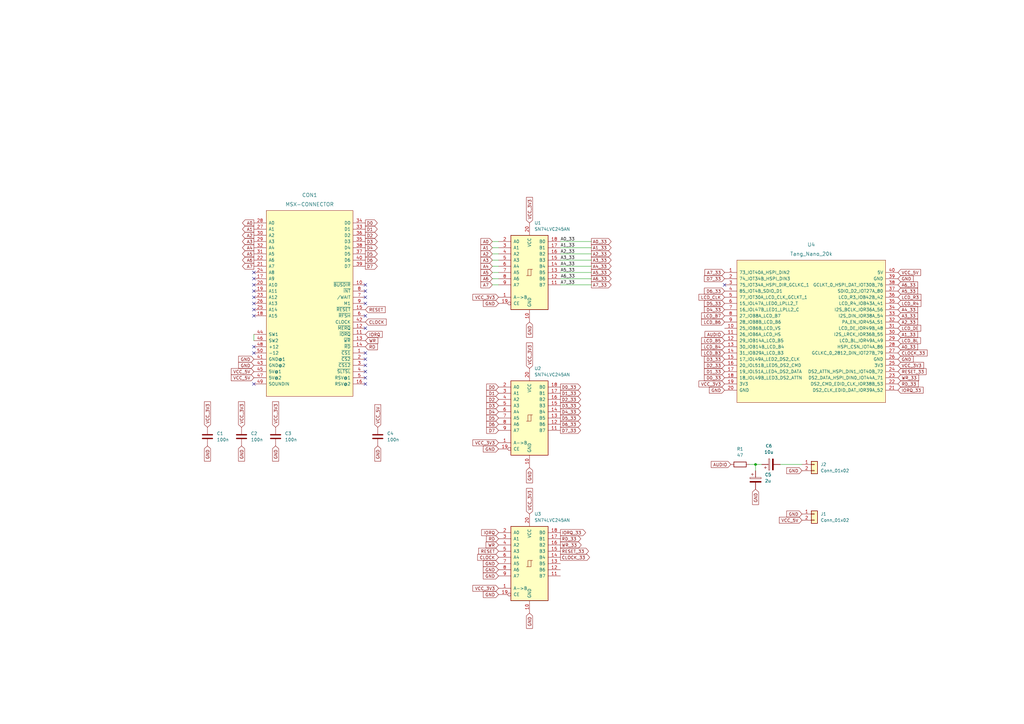
<source format=kicad_sch>
(kicad_sch (version 20211123) (generator eeschema)
  (paper "A3")
  (title_block (title "MSX-Tang Nano 9K Breakout") (date "2023-03-01"))
  (lib_symbols
    (symbol "Connector_Generic:Conn_01x02" (pin_names (offset 1.016) hide)
      (property "Reference" "J" (at 0 2.54 0))
      (property "Value" "Conn_01x02" (at 0 -5.08 0))
      (symbol "Conn_01x02_1_1"
        (rectangle (start -1.27 -2.413) (end 0 -2.667) (stroke (width 0.1524)))
        (rectangle (start -1.27 0.127) (end 0 -0.127) (stroke (width 0.1524)))
        (rectangle (start -1.27 1.27) (end 1.27 -3.81) (stroke (width 0.254)) (fill (type background)))
        (pin passive line (at -5.08 0 0) (length 3.81) (name "Pin_1") (number "1"))
        (pin passive line (at -5.08 -2.54 0) (length 3.81) (name "Pin_2") (number "2"))
      )
    )
    (symbol "Device:C" (pin_numbers hide) (pin_names (offset 0.254))
      (property "Reference" "C" (at 0.635 2.54 0))
      (property "Value" "C" (at 0.635 -2.54 0))
      (symbol "C_0_1"
        (polyline (pts (xy -2.032 -0.762) (xy 2.032 -0.762)) (stroke (width 0.508)))
        (polyline (pts (xy -2.032 0.762) (xy 2.032 0.762)) (stroke (width 0.508)))
      )
      (symbol "C_1_1"
        (pin passive line (at 0 3.81 270) (length 2.794) (name "~") (number "1"))
        (pin passive line (at 0 -3.81 90) (length 2.794) (name "~") (number "2"))
      )
    )
    (symbol "Device:C_Polarized" (pin_numbers hide) (pin_names (offset 0.254))
      (property "Reference" "C" (at 0.635 2.54 0))
      (property "Value" "C_Polarized" (at 0.635 -2.54 0))
      (symbol "C_Polarized_0_1"
        (rectangle (start -2.286 0.508) (end 2.286 1.016))
        (polyline (pts (xy -1.778 2.286) (xy -0.762 2.286)))
        (polyline (pts (xy -1.27 2.794) (xy -1.27 1.778)))
        (rectangle (start 2.286 -0.508) (end -2.286 -1.016) (fill (type outline)))
      )
      (symbol "C_Polarized_1_1"
        (pin passive line (at 0 3.81 270) (length 2.794) (name "~") (number "1"))
        (pin passive line (at 0 -3.81 90) (length 2.794) (name "~") (number "2"))
      )
    )
    (symbol "Device:R" (pin_numbers hide) (pin_names (offset 0))
      (property "Reference" "R" (at 2.032 0 90))
      (property "Value" "R" (at 0 0 90))
      (symbol "R_0_1"
        (rectangle (start -1.016 -2.54) (end 1.016 2.54) (stroke (width 0.254)))
      )
      (symbol "R_1_1"
        (pin passive line (at 0 3.81 270) (length 1.27) (name "~") (number "1"))
        (pin passive line (at 0 -3.81 90) (length 1.27) (name "~") (number "2"))
      )
    )
    (symbol "Mi_libreria:MSX-CONNECTOR" (pin_names (offset 1.016))
      (property "Reference" "CON1" (at -3.81 19.05 0))
      (property "Value" "MSX-CONNECTOR" (at -11.43 11.43 0))
      (symbol "MSX-CONNECTOR_1_0"
        (pin bidirectional line (at 22.86 -20.32 180) (length 5) (name "~{CS1}") (number "1"))
        (pin bidirectional line (at 22.86 7.62 180) (length 5) (name "~{BUSDIR}") (number "10"))
        (pin bidirectional line (at 22.86 -12.7 180) (length 5) (name "~{IORQ}") (number "11"))
        (pin bidirectional line (at 22.86 -10.16 180) (length 5) (name "~{MERQ}") (number "12"))
        (pin bidirectional line (at 22.86 -15.24 180) (length 5) (name "~{WR}") (number "13"))
        (pin bidirectional line (at 22.86 -17.78 180) (length 5) (name "~{RD}") (number "14"))
        (pin bidirectional line (at 22.86 -2.54 180) (length 5) (name "~{RESET}") (number "15"))
        (pin bidirectional line (at 22.86 -33.02 180) (length 5) (name "RSV@2") (number "16"))
        (pin bidirectional line (at -22.86 10.16 0) (length 5) (name "A9") (number "17"))
        (pin bidirectional line (at -22.86 -5.08 0) (length 5) (name "A15") (number "18"))
        (pin bidirectional line (at -22.86 5.08 0) (length 5) (name "A11") (number "19"))
        (pin bidirectional line (at 22.86 -22.86 180) (length 5) (name "~{CS2}") (number "2"))
        (pin bidirectional line (at -22.86 7.62 0) (length 5) (name "A10") (number "20"))
        (pin bidirectional line (at -22.86 15.24 0) (length 5) (name "A7") (number "21"))
        (pin bidirectional line (at -22.86 17.78 0) (length 5) (name "A6") (number "22"))
        (pin bidirectional line (at -22.86 2.54 0) (length 5) (name "A12") (number "23"))
        (pin bidirectional line (at -22.86 12.7 0) (length 5) (name "A8") (number "24"))
        (pin bidirectional line (at -22.86 -2.54 0) (length 5) (name "A14") (number "25"))
        (pin bidirectional line (at -22.86 0 0) (length 5) (name "A13") (number "26"))
        (pin bidirectional line (at -22.86 30.48 0) (length 5) (name "A1") (number "27"))
        (pin bidirectional line (at -22.86 33.02 0) (length 5) (name "A0") (number "28"))
        (pin bidirectional line (at -22.86 25.4 0) (length 5) (name "A3") (number "29"))
        (pin bidirectional line (at 22.86 -25.4 180) (length 5) (name "~{CS12}") (number "3"))
        (pin bidirectional line (at -22.86 27.94 0) (length 5) (name "A2") (number "30"))
        (pin bidirectional line (at -22.86 20.32 0) (length 5) (name "A5") (number "31"))
        (pin bidirectional line (at -22.86 22.86 0) (length 5) (name "A4") (number "32"))
        (pin bidirectional line (at 22.86 30.48 180) (length 5) (name "D1") (number "33"))
        (pin bidirectional line (at 22.86 33.02 180) (length 5) (name "D0") (number "34"))
        (pin bidirectional line (at 22.86 25.4 180) (length 5) (name "D3") (number "35"))
        (pin bidirectional line (at 22.86 27.94 180) (length 5) (name "D2") (number "36"))
        (pin bidirectional line (at 22.86 20.32 180) (length 5) (name "D5") (number "37"))
        (pin bidirectional line (at 22.86 22.86 180) (length 5) (name "D4") (number "38"))
        (pin bidirectional line (at 22.86 15.24 180) (length 5) (name "D7") (number "39"))
        (pin bidirectional line (at 22.86 -27.94 180) (length 5) (name "~{SLTSL}") (number "4"))
        (pin bidirectional line (at 22.86 17.78 180) (length 5) (name "D6") (number "40"))
        (pin bidirectional line (at -22.86 -22.86 0) (length 5) (name "GND@1") (number "41"))
        (pin bidirectional line (at 22.86 -7.62 180) (length 5) (name "CLOCK") (number "42"))
        (pin bidirectional line (at -22.86 -25.4 0) (length 5) (name "GND@2") (number "43"))
        (pin bidirectional line (at -22.86 -12.7 0) (length 5) (name "SW1") (number "44"))
        (pin bidirectional line (at -22.86 -27.94 0) (length 5) (name "5V@1") (number "45"))
        (pin bidirectional line (at -22.86 -15.24 0) (length 5) (name "SW2") (number "46"))
        (pin bidirectional line (at -22.86 -30.48 0) (length 5) (name "5V@2") (number "47"))
        (pin bidirectional line (at -22.86 -17.78 0) (length 5) (name "+12") (number "48"))
        (pin bidirectional line (at -22.86 -33.02 0) (length 5) (name "SOUNDIN") (number "49"))
        (pin bidirectional line (at 22.86 -30.48 180) (length 5) (name "RSV@1") (number "5"))
        (pin bidirectional line (at -22.86 -20.32 0) (length 5) (name "-12") (number "50"))
        (pin bidirectional line (at 22.86 -5.08 180) (length 5) (name "~{RFSH}") (number "6"))
        (pin bidirectional line (at 22.86 2.54 180) (length 5) (name "/WAIT") (number "7"))
        (pin bidirectional line (at 22.86 5.08 180) (length 5) (name "~{INT}") (number "8"))
        (pin bidirectional line (at 22.86 0 180) (length 5) (name "M1") (number "9"))
      )
      (symbol "MSX-CONNECTOR_1_1"
        (rectangle (start -17.78 38.1) (end 17.78 -38.1) (fill (type background)))
      )
    )
    (symbol "Mi_libreria:SN74LVC245AN" (pin_names (offset 1.016))
      (property "Reference" "U" (at -7.62 16.51 0))
      (property "Value" "SN74LVC245AN" (at -7.62 -16.51 0))
      (symbol "SN74LVC245AN_1_0"
        (polyline (pts (xy -0.635 -1.27) (xy -0.635 1.27) (xy 0.635 1.27)))
        (polyline (pts (xy -1.27 -1.27) (xy 0.635 -1.27) (xy 0.635 1.27) (xy 1.27 1.27)))
        (pin input line (at -12.7 -10.16 0) (length 5.08) (name "A->B") (number "1"))
        (pin power_in line (at 0 -20.32 90) (length 5.08) (name "GND") (number "10"))
        (pin tri_state line (at 12.7 -5.08 180) (length 5.08) (name "B7") (number "11"))
        (pin tri_state line (at 12.7 -2.54 180) (length 5.08) (name "B6") (number "12"))
        (pin tri_state line (at 12.7 0 180) (length 5.08) (name "B5") (number "13"))
        (pin tri_state line (at 12.7 2.54 180) (length 5.08) (name "B4") (number "14"))
        (pin tri_state line (at 12.7 5.08 180) (length 5.08) (name "B3") (number "15"))
        (pin tri_state line (at 12.7 7.62 180) (length 5.08) (name "B2") (number "16"))
        (pin tri_state line (at 12.7 10.16 180) (length 5.08) (name "B1") (number "17"))
        (pin tri_state line (at 12.7 12.7 180) (length 5.08) (name "B0") (number "18"))
        (pin input inverted (at -12.7 -12.7 0) (length 5.08) (name "CE") (number "19"))
        (pin tri_state line (at -12.7 12.7 0) (length 5.08) (name "A0") (number "2"))
        (pin power_in line (at 0 20.32 270) (length 5.08) (name "VCC") (number "20"))
        (pin tri_state line (at -12.7 10.16 0) (length 5.08) (name "A1") (number "3"))
        (pin tri_state line (at -12.7 7.62 0) (length 5.08) (name "A2") (number "4"))
        (pin tri_state line (at -12.7 5.08 0) (length 5.08) (name "A3") (number "5"))
        (pin tri_state line (at -12.7 2.54 0) (length 5.08) (name "A4") (number "6"))
        (pin tri_state line (at -12.7 0 0) (length 5.08) (name "A5") (number "7"))
        (pin tri_state line (at -12.7 -2.54 0) (length 5.08) (name "A6") (number "8"))
        (pin tri_state line (at -12.7 -5.08 0) (length 5.08) (name "A7") (number "9"))
      )
      (symbol "SN74LVC245AN_1_1"
        (rectangle (start -7.62 15.24) (end 7.62 -15.24) (stroke (width 0.254)) (fill (type background)))
      )
    )
    (symbol "Mi_libreria:Tang_Nano_20k" (pin_names (offset 1.016))
      (property "Reference" "U" (at -3.81 7.62 0))
      (property "Value" "Tang_Nano_20k" (at -10.16 2.54 0))
      (symbol "Tang_Nano_20k_1_0"
        (pin bidirectional line (at -35.56 22.86 0) (length 5) (name "73_IOT40A_HSPI_DIN2") (number "1"))
        (pin bidirectional line (at -35.56 0 0) (length 5) (name "25_IOB6B_LCD_VS") (number "10"))
        (pin bidirectional line (at -35.56 -2.54 0) (length 5) (name "26_IOB6A_LCD_HS") (number "11"))
        (pin bidirectional line (at -35.56 -5.08 0) (length 5) (name "29_IOB14A_LCD_B5") (number "12"))
        (pin bidirectional line (at -35.56 -7.62 0) (length 5) (name "30_IOB14B_LCD_B4") (number "13"))
        (pin bidirectional line (at -35.56 -10.16 0) (length 5) (name "31_IOB29A_LCD_B3") (number "14"))
        (pin bidirectional line (at -35.56 -12.7 0) (length 5) (name "17_IOL49A_LED2_DS2_CLK") (number "15"))
        (pin bidirectional line (at -35.56 -15.24 0) (length 5) (name "20_IOL51B_LED5_DS2_CMD") (number "16"))
        (pin bidirectional line (at -35.56 -17.78 0) (length 5) (name "19_IOL51A_LED4_DS2_DATA") (number "17"))
        (pin bidirectional line (at -35.56 -20.32 0) (length 5) (name "18_IOL49B_LED3_DS2_ATTN") (number "18"))
        (pin bidirectional line (at -35.56 -22.86 0) (length 5) (name "3V3") (number "19"))
        (pin bidirectional line (at -35.56 20.32 0) (length 5) (name "74_IOT34B_HSPI_DIN3") (number "2"))
        (pin bidirectional line (at -35.56 -25.4 0) (length 5) (name "GND") (number "20"))
        (pin bidirectional line (at 35.56 -25.4 180) (length 5) (name "DS2_CLK_EDID_DAT_IOR39A_52") (number "21"))
        (pin bidirectional line (at 35.56 -22.86 180) (length 5) (name "DS2_CMD_EDID_CLK_IOR38B_53") (number "22"))
        (pin bidirectional line (at 35.56 -20.32 180) (length 5) (name "DS2_DATA_HSPI_DIN0_IOT44A_71") (number "23"))
        (pin bidirectional line (at 35.56 -17.78 180) (length 5) (name "DS2_ATTN_HSPI_DIN1_IOT40B_72") (number "24"))
        (pin bidirectional line (at 35.56 -15.24 180) (length 5) (name "3V3") (number "25"))
        (pin bidirectional line (at 35.56 -12.7 180) (length 5) (name "GND") (number "26"))
        (pin bidirectional line (at 35.56 -10.16 180) (length 5) (name "GCLKC_0_2812_DIN_IOT27B_79") (number "27"))
        (pin bidirectional line (at 35.56 -7.62 180) (length 5) (name "HSPI_CSN_IOT4A_86") (number "28"))
        (pin bidirectional line (at 35.56 -5.08 180) (length 5) (name "LCD_BL_IOR49A_49") (number "29"))
        (pin bidirectional line (at -35.56 17.78 0) (length 5) (name "75_IOT34A_HSPI_DIR_GCLKC_1") (number "3"))
        (pin bidirectional line (at 35.56 -2.54 180) (length 5) (name "I2S_LRCK_IOR36B_55") (number "30"))
        (pin bidirectional line (at 35.56 0 180) (length 5) (name "LCD_DE_IOR49B_48") (number "31"))
        (pin bidirectional line (at 35.56 2.54 180) (length 5) (name "PA_EN_IOR45A_51") (number "32"))
        (pin bidirectional line (at 35.56 5.08 180) (length 5) (name "I2S_DIN_IOR38A_54") (number "33"))
        (pin bidirectional line (at 35.56 7.62 180) (length 5) (name "I2S_BCLK_IOR36A_56") (number "34"))
        (pin bidirectional line (at 35.56 10.16 180) (length 5) (name "LCD_R4_IOB43A_41") (number "35"))
        (pin bidirectional line (at 35.56 12.7 180) (length 5) (name "LCD_R3_IOB42B_42") (number "36"))
        (pin bidirectional line (at 35.56 15.24 180) (length 5) (name "SDIO_D2_IOT27A_80") (number "37"))
        (pin bidirectional line (at 35.56 17.78 180) (length 5) (name "GCLKT_0_HSPI_DAT_IOT30B_76") (number "38"))
        (pin bidirectional line (at 35.56 20.32 180) (length 5) (name "GND") (number "39"))
        (pin bidirectional line (at -35.56 15.24 0) (length 5) (name "85_IOT4B_SDIO_D1") (number "4"))
        (pin bidirectional line (at 35.56 22.86 180) (length 5) (name "5V") (number "40"))
        (pin bidirectional line (at -35.56 12.7 0) (length 5) (name "77_IOT30A_LCD_CLK_GCLKT_1") (number "5"))
        (pin bidirectional line (at -35.56 10.16 0) (length 5) (name "15_IOL47A_LED0_LPLL2_T") (number "6"))
        (pin bidirectional line (at -35.56 7.62 0) (length 5) (name "16_IOL47B_LED1_LPLL2_C") (number "7"))
        (pin bidirectional line (at -35.56 5.08 0) (length 5) (name "27_IOB8A_LCD_B7") (number "8"))
        (pin bidirectional line (at -35.56 2.54 0) (length 5) (name "28_IOB8B_LCD_B6") (number "9"))
      )
      (symbol "Tang_Nano_20k_1_1"
        (rectangle (start -30.48 27.94) (end 30.48 -30.48) (fill (type background)))
      )
    )
  )
  (junction (at 309.88 190.5))
  (no_connect (at 104.14 119.38))
  (no_connect (at 149.86 134.62))
  (no_connect (at 149.86 157.48))
  (no_connect (at 104.14 114.3))
  (no_connect (at 149.86 149.86))
  (no_connect (at 104.14 129.54))
  (no_connect (at 104.14 142.24))
  (no_connect (at 104.14 144.78))
  (no_connect (at 149.86 144.78))
  (no_connect (at 149.86 154.94))
  (no_connect (at 104.14 121.92))
  (no_connect (at 104.14 157.48))
  (no_connect (at 149.86 121.92))
  (no_connect (at 104.14 116.84))
  (no_connect (at 104.14 111.76))
  (no_connect (at 149.86 147.32))
  (no_connect (at 104.14 127))
  (no_connect (at 149.86 152.4))
  (no_connect (at 149.86 129.54))
  (no_connect (at 149.86 124.46))
  (no_connect (at 104.14 124.46))
  (no_connect (at 149.86 119.38))
  (no_connect (at 297.18 116.84))
  (no_connect (at 149.86 116.84))
  (wire (pts (xy 201.93 106.68) (xy 204.47 106.68)))
  (wire (pts (xy 201.93 101.6) (xy 204.47 101.6)))
  (wire (pts (xy 229.87 104.14) (xy 242.57 104.14)))
  (wire (pts (xy 201.93 104.14) (xy 204.47 104.14)))
  (wire (pts (xy 229.87 111.76) (xy 242.57 111.76)))
  (wire (pts (xy 307.34 190.5) (xy 309.88 190.5)))
  (wire (pts (xy 229.87 109.22) (xy 242.57 109.22)))
  (wire (pts (xy 201.93 109.22) (xy 204.47 109.22)))
  (wire (pts (xy 201.93 114.3) (xy 204.47 114.3)))
  (wire (pts (xy 201.93 111.76) (xy 204.47 111.76)))
  (wire (pts (xy 229.87 101.6) (xy 242.57 101.6)))
  (wire (pts (xy 229.87 116.84) (xy 242.57 116.84)))
  (wire (pts (xy 309.88 190.5) (xy 312.42 190.5)))
  (wire (pts (xy 104.14 137.16) (xy 104.14 139.7)))
  (wire (pts (xy 309.88 190.5) (xy 309.88 193.04)))
  (wire (pts (xy 229.87 106.68) (xy 242.57 106.68)))
  (wire (pts (xy 229.87 99.06) (xy 242.57 99.06)))
  (wire (pts (xy 229.87 114.3) (xy 242.57 114.3)))
  (wire (pts (xy 201.93 99.06) (xy 204.47 99.06)))
  (wire (pts (xy 201.93 116.84) (xy 204.47 116.84)))
  (wire (pts (xy 320.04 190.5) (xy 328.93 190.5)))
  (label "A2_33" (at 229.87 104.14 0))
  (label "A5_33" (at 229.87 111.76 0))
  (label "A1_33" (at 229.87 101.6 0))
  (label "A6_33" (at 229.9211 114.3 0))
  (label "A4_33" (at 229.87 109.22 0))
  (label "A7_33" (at 229.87 116.84 0))
  (label "A3_33" (at 229.87 106.68 0))
  (label "A0_33" (at 229.87 99.06 0))
  (global_label "WR" (shape input) (at 204.47 223.52 180) (property "Intersheet References" "${INTERSHEET_REFS}" (effects hide)))
  (global_label "A1_33" (shape output) (at 242.57 101.6 0) (property "Intersheet References" "${INTERSHEET_REFS}" (effects hide)))
  (global_label "LCD_B6" (shape input) (at 297.18 132.08 180) (property "Intersheet References" "${INTERSHEET_REFS}" (effects hide)))
  (global_label "A5" (shape output) (at 104.14 104.14 180) (property "Intersheet References" "${INTERSHEET_REFS}" (effects hide)))
  (global_label "A6" (shape output) (at 104.14 106.68 180) (property "Intersheet References" "${INTERSHEET_REFS}" (effects hide)))
  (global_label "VCC_3V3" (shape input) (at 217.17 151.13 90) (property "Intersheet References" "${INTERSHEET_REFS}" (effects hide)))
  (global_label "LCD_R4" (shape input) (at 368.3 124.46 0) (property "Intersheet References" "${INTERSHEET_REFS}" (effects hide)))
  (global_label "A6_33" (shape input) (at 368.3 116.84 0) (property "Intersheet References" "${INTERSHEET_REFS}" (effects hide)))
  (global_label "VCC_3V3" (shape input) (at 204.47 241.3 180) (property "Intersheet References" "${INTERSHEET_REFS}" (effects hide)))
  (global_label "AUDIO" (shape input) (at 299.72 190.5 180) (property "Intersheet References" "${INTERSHEET_REFS}" (effects hide)))
  (global_label "LCD_B7" (shape input) (at 297.18 129.54 180) (property "Intersheet References" "${INTERSHEET_REFS}" (effects hide)))
  (global_label "D3" (shape input) (at 204.47 166.37 180) (property "Intersheet References" "${INTERSHEET_REFS}" (effects hide)))
  (global_label "IORQ" (shape input) (at 204.47 218.44 180) (property "Intersheet References" "${INTERSHEET_REFS}" (effects hide)))
  (global_label "GND" (shape input) (at 204.47 184.15 180) (property "Intersheet References" "${INTERSHEET_REFS}" (effects hide)))
  (global_label "GND" (shape input) (at 104.14 147.32 180) (property "Intersheet References" "${INTERSHEET_REFS}" (effects hide)))
  (global_label "RESET_33" (shape output) (at 229.87 226.06 0) (property "Intersheet References" "${INTERSHEET_REFS}" (effects hide)))
  (global_label "VCC_3V3" (shape input) (at 217.17 210.82 90) (property "Intersheet References" "${INTERSHEET_REFS}" (effects hide)))
  (global_label "A2_33" (shape output) (at 242.57 104.14 0) (property "Intersheet References" "${INTERSHEET_REFS}" (effects hide)))
  (global_label "A7" (shape input) (at 201.93 116.84 180) (property "Intersheet References" "${INTERSHEET_REFS}" (effects hide)))
  (global_label "VCC_3V3" (shape input) (at 204.47 121.92 180) (property "Intersheet References" "${INTERSHEET_REFS}" (effects hide)))
  (global_label "D6_33" (shape output) (at 229.87 173.99 0) (property "Intersheet References" "${INTERSHEET_REFS}" (effects hide)))
  (global_label "D0" (shape input) (at 204.47 158.75 180) (property "Intersheet References" "${INTERSHEET_REFS}" (effects hide)))
  (global_label "GND" (shape input) (at 297.18 160.02 180) (property "Intersheet References" "${INTERSHEET_REFS}" (effects hide)))
  (global_label "LCD_R3" (shape input) (at 368.3 121.92 0) (property "Intersheet References" "${INTERSHEET_REFS}" (effects hide)))
  (global_label "A0" (shape output) (at 104.14 91.44 180) (property "Intersheet References" "${INTERSHEET_REFS}" (effects hide)))
  (global_label "D4_33" (shape input) (at 297.18 127 180) (property "Intersheet References" "${INTERSHEET_REFS}" (effects hide)))
  (global_label "D0_33" (shape output) (at 229.87 158.75 0) (property "Intersheet References" "${INTERSHEET_REFS}" (effects hide)))
  (global_label "D1_33" (shape input) (at 297.18 152.4 180) (property "Intersheet References" "${INTERSHEET_REFS}" (effects hide)))
  (global_label "VCC_5V" (shape input) (at 104.14 152.4 180) (property "Intersheet References" "${INTERSHEET_REFS}" (effects hide)))
  (global_label "GND" (shape input) (at 99.06 182.88 270) (property "Intersheet References" "${INTERSHEET_REFS}" (effects hide)))
  (global_label "WR" (shape input) (at 149.86 139.7 0) (property "Intersheet References" "${INTERSHEET_REFS}" (effects hide)))
  (global_label "VCC_3V3" (shape input) (at 99.06 175.26 90) (property "Intersheet References" "${INTERSHEET_REFS}" (effects hide)))
  (global_label "D4_33" (shape output) (at 229.87 168.91 0) (property "Intersheet References" "${INTERSHEET_REFS}" (effects hide)))
  (global_label "GND" (shape input) (at 309.88 200.66 270) (property "Intersheet References" "${INTERSHEET_REFS}" (effects hide)))
  (global_label "D1" (shape output) (at 149.86 93.98 0) (property "Intersheet References" "${INTERSHEET_REFS}" (effects hide)))
  (global_label "VCC_3V3" (shape input) (at 297.18 157.48 180) (property "Intersheet References" "${INTERSHEET_REFS}" (effects hide)))
  (global_label "LCD_BL" (shape input) (at 368.3 139.7 0) (property "Intersheet References" "${INTERSHEET_REFS}" (effects hide)))
  (global_label "A5_33" (shape output) (at 242.57 111.76 0) (property "Intersheet References" "${INTERSHEET_REFS}" (effects hide)))
  (global_label "WR_33" (shape output) (at 229.87 223.52 0) (property "Intersheet References" "${INTERSHEET_REFS}" (effects hide)))
  (global_label "CLOCK_33" (shape output) (at 229.87 228.6 0) (property "Intersheet References" "${INTERSHEET_REFS}" (effects hide)))
  (global_label "LCD_B5" (shape input) (at 297.18 139.7 180) (property "Intersheet References" "${INTERSHEET_REFS}" (effects hide)))
  (global_label "D4" (shape input) (at 204.47 168.91 180) (property "Intersheet References" "${INTERSHEET_REFS}" (effects hide)))
  (global_label "D3_33" (shape input) (at 297.18 147.32 180) (property "Intersheet References" "${INTERSHEET_REFS}" (effects hide)))
  (global_label "VCC_5V" (shape input) (at 154.94 175.26 90) (property "Intersheet References" "${INTERSHEET_REFS}" (effects hide)))
  (global_label "A0_33" (shape output) (at 242.57 99.06 0) (property "Intersheet References" "${INTERSHEET_REFS}" (effects hide)))
  (global_label "GND" (shape input) (at 204.47 243.84 180) (property "Intersheet References" "${INTERSHEET_REFS}" (effects hide)))
  (global_label "IORQ" (shape input) (at 149.86 137.16 0) (property "Intersheet References" "${INTERSHEET_REFS}" (effects hide)))
  (global_label "VCC_3V3" (shape input) (at 217.17 91.44 90) (property "Intersheet References" "${INTERSHEET_REFS}" (effects hide)))
  (global_label "A1" (shape input) (at 201.93 101.6 180) (property "Intersheet References" "${INTERSHEET_REFS}" (effects hide)))
  (global_label "A5_33" (shape input) (at 368.3 119.38 0) (property "Intersheet References" "${INTERSHEET_REFS}" (effects hide)))
  (global_label "A7_33" (shape input) (at 297.18 111.76 180) (property "Intersheet References" "${INTERSHEET_REFS}" (effects hide)))
  (global_label "VCC_3V3" (shape input) (at 204.47 181.61 180) (property "Intersheet References" "${INTERSHEET_REFS}" (effects hide)))
  (global_label "D2_33" (shape output) (at 229.87 163.83 0) (property "Intersheet References" "${INTERSHEET_REFS}" (effects hide)))
  (global_label "D2" (shape output) (at 149.86 96.52 0) (property "Intersheet References" "${INTERSHEET_REFS}" (effects hide)))
  (global_label "GND" (shape input) (at 328.93 210.82 180) (property "Intersheet References" "${INTERSHEET_REFS}" (effects hide)))
  (global_label "A7_33" (shape output) (at 242.57 116.84 0) (property "Intersheet References" "${INTERSHEET_REFS}" (effects hide)))
  (global_label "D0_33" (shape input) (at 297.18 154.94 180) (property "Intersheet References" "${INTERSHEET_REFS}" (effects hide)))
  (global_label "D7_33" (shape input) (at 297.18 114.3 180) (property "Intersheet References" "${INTERSHEET_REFS}" (effects hide)))
  (global_label "WR_33" (shape input) (at 368.3 154.94 0) (property "Intersheet References" "${INTERSHEET_REFS}" (effects hide)))
  (global_label "D5" (shape output) (at 149.86 104.14 0) (property "Intersheet References" "${INTERSHEET_REFS}" (effects hide)))
  (global_label "D6_33" (shape input) (at 297.18 119.38 180) (property "Intersheet References" "${INTERSHEET_REFS}" (effects hide)))
  (global_label "RD" (shape input) (at 149.86 142.24 0) (property "Intersheet References" "${INTERSHEET_REFS}" (effects hide)))
  (global_label "D3" (shape output) (at 149.86 99.06 0) (property "Intersheet References" "${INTERSHEET_REFS}" (effects hide)))
  (global_label "GND" (shape input) (at 204.47 233.68 180) (property "Intersheet References" "${INTERSHEET_REFS}" (effects hide)))
  (global_label "A3_33" (shape input) (at 368.3 129.54 0) (property "Intersheet References" "${INTERSHEET_REFS}" (effects hide)))
  (global_label "LCD_CLK" (shape input) (at 297.18 121.92 180) (property "Intersheet References" "${INTERSHEET_REFS}" (effects hide)))
  (global_label "A3" (shape input) (at 201.93 106.68 180) (property "Intersheet References" "${INTERSHEET_REFS}" (effects hide)))
  (global_label "D5_33" (shape input) (at 297.18 124.46 180) (property "Intersheet References" "${INTERSHEET_REFS}" (effects hide)))
  (global_label "IORQ_33" (shape input) (at 368.3 160.02 0) (property "Intersheet References" "${INTERSHEET_REFS}" (effects hide)))
  (global_label "A4_33" (shape output) (at 242.57 109.22 0) (property "Intersheet References" "${INTERSHEET_REFS}" (effects hide)))
  (global_label "A0_33" (shape input) (at 368.3 142.24 0) (property "Intersheet References" "${INTERSHEET_REFS}" (effects hide)))
  (global_label "A2" (shape output) (at 104.14 96.52 180) (property "Intersheet References" "${INTERSHEET_REFS}" (effects hide)))
  (global_label "AUDIO" (shape input) (at 297.18 137.16 180) (property "Intersheet References" "${INTERSHEET_REFS}" (effects hide)))
  (global_label "GND" (shape input) (at 204.47 236.22 180) (property "Intersheet References" "${INTERSHEET_REFS}" (effects hide)))
  (global_label "RESET" (shape input) (at 149.86 127 0) (property "Intersheet References" "${INTERSHEET_REFS}" (effects hide)))
  (global_label "GND" (shape input) (at 204.47 231.14 180) (property "Intersheet References" "${INTERSHEET_REFS}" (effects hide)))
  (global_label "GND" (shape input) (at 204.47 124.46 180) (property "Intersheet References" "${INTERSHEET_REFS}" (effects hide)))
  (global_label "VCC_5V" (shape input) (at 104.14 154.94 180) (property "Intersheet References" "${INTERSHEET_REFS}" (effects hide)))
  (global_label "A7" (shape output) (at 104.14 109.22 180) (property "Intersheet References" "${INTERSHEET_REFS}" (effects hide)))
  (global_label "D5" (shape input) (at 204.47 171.45 180) (property "Intersheet References" "${INTERSHEET_REFS}" (effects hide)))
  (global_label "GND" (shape input) (at 328.93 193.04 180) (property "Intersheet References" "${INTERSHEET_REFS}" (effects hide)))
  (global_label "D2" (shape input) (at 204.47 163.83 180) (property "Intersheet References" "${INTERSHEET_REFS}" (effects hide)))
  (global_label "D1" (shape input) (at 204.47 161.29 180) (property "Intersheet References" "${INTERSHEET_REFS}" (effects hide)))
  (global_label "D7" (shape input) (at 204.47 176.53 180) (property "Intersheet References" "${INTERSHEET_REFS}" (effects hide)))
  (global_label "CLOCK_33" (shape input) (at 368.3 144.78 0) (property "Intersheet References" "${INTERSHEET_REFS}" (effects hide)))
  (global_label "GND" (shape input) (at 217.17 132.08 270) (property "Intersheet References" "${INTERSHEET_REFS}" (effects hide)))
  (global_label "RESET_33" (shape input) (at 368.3 152.4 0) (property "Intersheet References" "${INTERSHEET_REFS}" (effects hide)))
  (global_label "A2" (shape input) (at 201.93 104.14 180) (property "Intersheet References" "${INTERSHEET_REFS}" (effects hide)))
  (global_label "A6_33" (shape output) (at 242.57 114.3 0) (property "Intersheet References" "${INTERSHEET_REFS}" (effects hide)))
  (global_label "GND" (shape input) (at 217.17 251.46 270) (property "Intersheet References" "${INTERSHEET_REFS}" (effects hide)))
  (global_label "RD" (shape input) (at 204.47 220.98 180) (property "Intersheet References" "${INTERSHEET_REFS}" (effects hide)))
  (global_label "D3_33" (shape output) (at 229.87 166.37 0) (property "Intersheet References" "${INTERSHEET_REFS}" (effects hide)))
  (global_label "A0" (shape input) (at 201.93 99.06 180) (property "Intersheet References" "${INTERSHEET_REFS}" (effects hide)))
  (global_label "D5_33" (shape output) (at 229.87 171.45 0) (property "Intersheet References" "${INTERSHEET_REFS}" (effects hide)))
  (global_label "IORQ_33" (shape output) (at 229.87 218.44 0) (property "Intersheet References" "${INTERSHEET_REFS}" (effects hide)))
  (global_label "GND" (shape input) (at 154.94 182.88 270) (property "Intersheet References" "${INTERSHEET_REFS}" (effects hide)))
  (global_label "VCC_3V3" (shape input) (at 368.3 149.86 0) (property "Intersheet References" "${INTERSHEET_REFS}" (effects hide)))
  (global_label "A4" (shape output) (at 104.14 101.6 180) (property "Intersheet References" "${INTERSHEET_REFS}" (effects hide)))
  (global_label "VCC_3V3" (shape input) (at 113.03 175.26 90) (property "Intersheet References" "${INTERSHEET_REFS}" (effects hide)))
  (global_label "D0" (shape output) (at 149.86 91.44 0) (property "Intersheet References" "${INTERSHEET_REFS}" (effects hide)))
  (global_label "A4" (shape input) (at 201.93 109.22 180) (property "Intersheet References" "${INTERSHEET_REFS}" (effects hide)))
  (global_label "D2_33" (shape input) (at 297.18 149.86 180) (property "Intersheet References" "${INTERSHEET_REFS}" (effects hide)))
  (global_label "GND" (shape input) (at 217.17 191.77 270) (property "Intersheet References" "${INTERSHEET_REFS}" (effects hide)))
  (global_label "GND" (shape input) (at 104.14 149.86 180) (property "Intersheet References" "${INTERSHEET_REFS}" (effects hide)))
  (global_label "A3" (shape output) (at 104.14 99.06 180) (property "Intersheet References" "${INTERSHEET_REFS}" (effects hide)))
  (global_label "RD_33" (shape input) (at 368.3 157.48 0) (property "Intersheet References" "${INTERSHEET_REFS}" (effects hide)))
  (global_label "D7_33" (shape output) (at 229.87 176.53 0) (property "Intersheet References" "${INTERSHEET_REFS}" (effects hide)))
  (global_label "A1" (shape output) (at 104.14 93.98 180) (property "Intersheet References" "${INTERSHEET_REFS}" (effects hide)))
  (global_label "A6" (shape input) (at 201.93 114.3 180) (property "Intersheet References" "${INTERSHEET_REFS}" (effects hide)))
  (global_label "A2_33" (shape input) (at 368.3 132.08 0) (property "Intersheet References" "${INTERSHEET_REFS}" (effects hide)))
  (global_label "GND" (shape input) (at 113.03 182.88 270) (property "Intersheet References" "${INTERSHEET_REFS}" (effects hide)))
  (global_label "A5" (shape input) (at 201.93 111.76 180) (property "Intersheet References" "${INTERSHEET_REFS}" (effects hide)))
  (global_label "A4_33" (shape input) (at 368.3 127 0) (property "Intersheet References" "${INTERSHEET_REFS}" (effects hide)))
  (global_label "LCD_DE" (shape input) (at 368.3 134.62 0) (property "Intersheet References" "${INTERSHEET_REFS}" (effects hide)))
  (global_label "VCC_5V" (shape input) (at 328.93 213.36 180) (property "Intersheet References" "${INTERSHEET_REFS}" (effects hide)))
  (global_label "D6" (shape output) (at 149.86 106.68 0) (property "Intersheet References" "${INTERSHEET_REFS}" (effects hide)))
  (global_label "CLOCK" (shape input) (at 149.86 132.08 0) (property "Intersheet References" "${INTERSHEET_REFS}" (effects hide)))
  (global_label "LCD_B3" (shape input) (at 297.18 144.78 180) (property "Intersheet References" "${INTERSHEET_REFS}" (effects hide)))
  (global_label "GND" (shape input) (at 368.3 147.32 0) (property "Intersheet References" "${INTERSHEET_REFS}" (effects hide)))
  (global_label "D7" (shape output) (at 149.86 109.22 0) (property "Intersheet References" "${INTERSHEET_REFS}" (effects hide)))
  (global_label "GND" (shape input) (at 85.09 182.88 270) (property "Intersheet References" "${INTERSHEET_REFS}" (effects hide)))
  (global_label "LCD_B4" (shape input) (at 297.18 142.24 180) (property "Intersheet References" "${INTERSHEET_REFS}" (effects hide)))
  (global_label "A3_33" (shape output) (at 242.57 106.68 0) (property "Intersheet References" "${INTERSHEET_REFS}" (effects hide)))
  (global_label "D6" (shape input) (at 204.47 173.99 180) (property "Intersheet References" "${INTERSHEET_REFS}" (effects hide)))
  (global_label "D4" (shape output) (at 149.86 101.6 0) (property "Intersheet References" "${INTERSHEET_REFS}" (effects hide)))
  (global_label "VCC_3V3" (shape input) (at 85.09 175.26 90) (property "Intersheet References" "${INTERSHEET_REFS}" (effects hide)))
  (global_label "RD_33" (shape output) (at 229.87 220.98 0) (property "Intersheet References" "${INTERSHEET_REFS}" (effects hide)))
  (global_label "CLOCK" (shape input) (at 204.47 228.6 180) (property "Intersheet References" "${INTERSHEET_REFS}" (effects hide)))
  (global_label "VCC_5V" (shape input) (at 368.3 111.76 0) (property "Intersheet References" "${INTERSHEET_REFS}" (effects hide)))
  (global_label "D1_33" (shape output) (at 229.87 161.29 0) (property "Intersheet References" "${INTERSHEET_REFS}" (effects hide)))
  (global_label "GND" (shape input) (at 368.3 114.3 0) (property "Intersheet References" "${INTERSHEET_REFS}" (effects hide)))
  (global_label "RESET" (shape input) (at 204.47 226.06 180) (property "Intersheet References" "${INTERSHEET_REFS}" (effects hide)))
  (global_label "A1_33" (shape input) (at 368.3 137.16 0) (property "Intersheet References" "${INTERSHEET_REFS}" (effects hide)))
  (symbol (lib_id "Connector_Generic:Conn_01x02") (at 334.01 210.82 0) (unit 1)
    (property "Reference" "J1" (at 336.55 210.8199 0) (effects (justify left)))
    (property "Value" "Conn_01x02" (at 336.55 213.3599 0) (effects (justify left)))
    (property "Footprint" "Connector_PinHeader_2.54mm:PinHeader_1x02_P2.54mm_Horizontal" (effects hide))
  )
  (symbol (lib_id "Mi_libreria:Tang_Nano_20k") (at 332.74 134.62 0) (unit 1)
    (property "Reference" "U4" (at 332.74 100.33 0) (effects (font (size 1.4986 1.4986))))
    (property "Value" "Tang_Nano_20k" (at 332.74 104.14 0) (effects (font (size 1.4986 1.4986))))
    (property "Footprint" "Mis_huellas:Tang_Nano_20k" (effects hide))
  )
  (symbol (lib_id "Device:R") (at 303.53 190.5 90) (unit 1)
    (property "Reference" "R1" (at 303.53 184.15 90))
    (property "Value" "47" (at 303.53 186.69 90))
    (property "Footprint" "Resistor_THT:R_Axial_DIN0207_L6.3mm_D2.5mm_P7.62mm_Horizontal" (effects hide))
  )
  (symbol (lib_id "Device:C_Polarized") (at 309.88 196.85 0) (unit 1)
    (property "Reference" "C5" (at 313.69 194.6909 0) (effects (justify left)))
    (property "Value" "2u" (at 313.69 197.2309 0) (effects (justify left)))
    (property "Footprint" "Capacitor_THT:CP_Radial_D4.0mm_P2.00mm" (effects hide))
  )
  (symbol (lib_id "Mi_libreria:SN74LVC245AN") (at 217.17 231.14 0) (unit 1)
    (property "Reference" "U3" (at 219.1894 210.82 0) (effects (justify left)))
    (property "Value" "SN74LVC245AN" (at 219.1894 213.36 0) (effects (justify left)))
    (property "Footprint" "Package_DIP:DIP-20_W7.62mm_LongPads" (effects hide))
    (property "Datasheet" "https://www.ti.com/lit/ds/symlink/sn74lvc245a.pdf" (effects hide))
  )
  (symbol (lib_id "Device:C") (at 113.03 179.07 0) (unit 1)
    (property "Reference" "C3" (at 116.84 177.7999 0) (effects (justify left)))
    (property "Value" "100n" (at 116.84 180.3399 0) (effects (justify left)))
    (property "Footprint" "Mis_huellas:C_Disc_D4.3mm_W1.9mm_P5.00mm" (effects hide))
  )
  (symbol (lib_id "Mi_libreria:SN74LVC245AN") (at 217.17 171.45 0) (unit 1)
    (property "Reference" "U2" (at 219.1894 151.13 0) (effects (justify left)))
    (property "Value" "SN74LVC245AN" (at 219.1894 153.67 0) (effects (justify left)))
    (property "Footprint" "Package_DIP:DIP-20_W7.62mm_LongPads" (effects hide))
    (property "Datasheet" "https://www.ti.com/lit/ds/symlink/sn74lvc245a.pdf" (effects hide))
  )
  (symbol (lib_id "Device:C") (at 85.09 179.07 0) (unit 1)
    (property "Reference" "C1" (at 88.9 177.7999 0) (effects (justify left)))
    (property "Value" "100n" (at 88.9 180.3399 0) (effects (justify left)))
    (property "Footprint" "Mis_huellas:C_Disc_D4.3mm_W1.9mm_P5.00mm" (effects hide))
  )
  (symbol (lib_id "Connector_Generic:Conn_01x02") (at 334.01 190.5 0) (unit 1)
    (property "Reference" "J2" (at 336.55 190.4999 0) (effects (justify left)))
    (property "Value" "Conn_01x02" (at 336.55 193.0399 0) (effects (justify left)))
    (property "Footprint" "Connector_PinHeader_2.54mm:PinHeader_1x02_P2.54mm_Horizontal" (effects hide))
  )
  (symbol (lib_id "Device:C") (at 99.06 179.07 0) (unit 1)
    (property "Reference" "C2" (at 102.87 177.7999 0) (effects (justify left)))
    (property "Value" "100n" (at 102.87 180.3399 0) (effects (justify left)))
    (property "Footprint" "Mis_huellas:C_Disc_D4.3mm_W1.9mm_P5.00mm" (effects hide))
  )
  (symbol (lib_id "Device:C_Polarized") (at 316.23 190.5 90) (unit 1)
    (property "Reference" "C6" (at 315.341 182.88 90))
    (property "Value" "10u" (at 315.341 185.42 90))
    (property "Footprint" "Capacitor_THT:CP_Radial_D4.0mm_P2.00mm" (effects hide))
  )
  (symbol (lib_id "Mi_libreria:SN74LVC245AN") (at 217.17 111.76 0) (unit 1)
    (property "Reference" "U1" (at 219.1894 91.44 0) (effects (justify left)))
    (property "Value" "SN74LVC245AN" (at 219.1894 93.98 0) (effects (justify left)))
    (property "Footprint" "Package_DIP:DIP-20_W7.62mm_LongPads" (effects hide))
    (property "Datasheet" "https://www.ti.com/lit/ds/symlink/sn74lvc245a.pdf" (effects hide))
  )
  (symbol (lib_id "Device:C") (at 154.94 179.07 0) (unit 1)
    (property "Reference" "C4" (at 158.75 177.7999 0) (effects (justify left)))
    (property "Value" "100n" (at 158.75 180.3399 0) (effects (justify left)))
    (property "Footprint" "Mis_huellas:C_Disc_D4.3mm_W1.9mm_P5.00mm" (effects hide))
  )
  (symbol (lib_id "Mi_libreria:MSX-CONNECTOR") (at 127 124.46 0) (unit 1)
    (property "Reference" "CON1" (at 127 80.01 0) (effects (font (size 1.4986 1.4986))))
    (property "Value" "MSX-CONNECTOR" (at 127 83.82 0) (effects (font (size 1.4986 1.4986))))
    (property "Footprint" "Mis_huellas:CARTRIDGE_MSX_LCD" (effects hide))
  )
)
</source>
